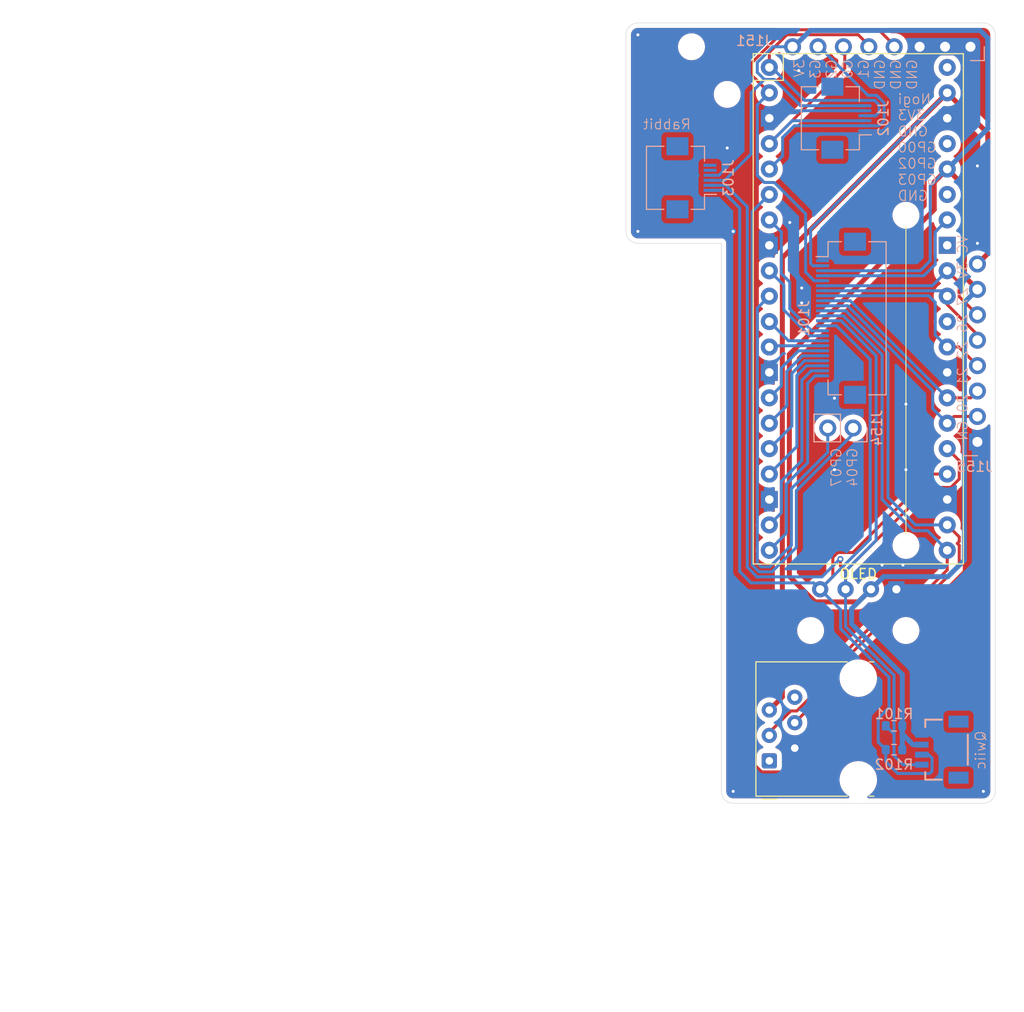
<source format=kicad_pcb>
(kicad_pcb (version 20241229) (generator "pcbnew") (generator_version "9.0")
  (layers (0 "F.Cu" signal) (2 "B.Cu" signal) (13 "F.Paste" user) (15 "B.Paste" user) (5 "F.SilkS" user "F.Silkscreen") (7 "B.SilkS" user "B.Silkscreen") (1 "F.Mask" user) (3 "B.Mask" user) (25 "Edge.Cuts" user))
  (net 0 "")
  (net 1 "GP00_MISO_L")
  (net 2 "GP02_SCLK_L")
  (net 3 "GP03_MOSI_L")
  (net 4 "3V3_L")
  (net 5 "COL13_GP01_NCS_L")
  (net 6 "COL6_GP16_L")
  (net 7 "SDA{slash}SCK_L")
  (net 8 "SCL{slash}TX_L")
  (net 9 "COL7_GP17_L")
  (net 10 "GND_L")
  (net 15 "COL0_L")
  (net 16 "COL1_L")
  (net 17 "COL2_L")
  (net 18 "COL3_L")
  (net 19 "COL4_L")
  (net 20 "COL5_L")
  (net 21 "ROW1_L")
  (net 22 "ROW2_L")
  (net 23 "ROW3_L")
  (net 24 "ROW4_L")
  (net 27 "COL8_L")
  (net 28 "COL9_L")
  (net 29 "COL10_L")
  (net 30 "COL11_L")
  (net 31 "COL12_L")
  (net 32 "ROW0_L")
  (net 33 "VCC_L")
  (net 35 "GP04_L")
  (net 36 "GP07_L")
  (footprint "kbd_Hole:m2_Screw_Hole" (layer "F.Cu") (at 151.209409 34.52801)
    (property "Reference" "Ref**")
    (property "Value" "Val**")
    (pad "" np_thru_hole circle (at 0 0) (size 2.2 2.2) (drill 2.2) (layers "*.Cu" "*.Mask"))
  )
  (footprint "kbd_Hole:m2_Screw_Hole" (layer "F.Cu") (at 147.637624 29.76565)
    (property "Reference" "Ref**")
    (property "Value" "Val**")
    (pad "" np_thru_hole circle (at 0 0) (size 2.2 2.2) (drill 2.2) (layers "*.Cu" "*.Mask"))
  )
  (footprint "Rikkodo_FootPrint:rkd_Guard_Screw_Hall" (layer "F.Cu") (at 164.306145 58.34048 -90)
    (property "Reference" "Point1" (hide yes))
    (property "Value" "Guard_Screw_Hall" (hide yes))
    (pad "" np_thru_hole circle (at 29.765625 -4.7625 270) (size 2.2 2.2) (drill 2.2) (layers "*.Cu" "*.Mask"))
    (pad "" np_thru_hole circle (at 29.765625 4.7625 270) (size 2.2 2.2) (drill 2.2) (layers "*.Cu" "*.Mask"))
  )
  (footprint "Connector_RJ:RJ12_Amphenol_54601-x06_Horizontal" (layer "F.Cu") (at 155.416112 101.128672 90)
    (property "Reference" "J153" (hide yes))
    (property "Value" "6P6C")
    (pad "" np_thru_hole circle (at -1.9 8.89 90) (size 3.25 3.25) (drill 3.25) (layers "*.Cu" "*.Mask"))
    (pad "" np_thru_hole circle (at 8.26 8.89 90) (size 3.25 3.25) (drill 3.25) (layers "*.Cu" "*.Mask"))
    (pad "1" thru_hole roundrect (at 0 0 90) (size 1.52 1.52) (drill 0.76) (layers "*.Cu" "*.Mask") (roundrect_rratio 0.1644736842))
    (pad "2" thru_hole circle (at 1.27 2.54 90) (size 1.52 1.52) (drill 0.76) (layers "*.Cu" "*.Mask") (net 10 "GND_L"))
    (pad "3" thru_hole circle (at 2.54 0 90) (size 1.52 1.52) (drill 0.76) (layers "*.Cu" "*.Mask") (net 6 "COL6_GP16_L"))
    (pad "4" thru_hole circle (at 3.81 2.54 90) (size 1.52 1.52) (drill 0.76) (layers "*.Cu" "*.Mask") (net 9 "COL7_GP17_L"))
    (pad "5" thru_hole circle (at 5.08 0 90) (size 1.52 1.52) (drill 0.76) (layers "*.Cu" "*.Mask") (net 33 "VCC_L"))
    (pad "6" thru_hole circle (at 6.35 2.54 90) (size 1.52 1.52) (drill 0.76) (layers "*.Cu" "*.Mask"))
  )
  (footprint "Rikkodo_FootPrint:rkd_RPi_Pico_TH_NODBG" (layer "F.Cu") (at 164.306374 55.9594)
    (property "Reference" "U101" (hide yes))
    (property "Value" "Pico")
    (pad "1" thru_hole oval (at -8.89 -24.13) (size 1.7 1.7) (drill 0.85) (layers "*.Cu" "*.Mask") (net 1 "GP00_MISO_L"))
    (pad "2" thru_hole oval (at -8.89 -21.59) (size 1.7 1.7) (drill 0.85) (layers "*.Cu" "*.Mask") (net 5 "COL13_GP01_NCS_L"))
    (pad "3" thru_hole rect (at -8.89 -19.05) (size 1.7 1.7) (drill 0.85) (layers "*.Cu" "*.Mask") (net 10 "GND_L"))
    (pad "4" thru_hole oval (at -8.89 -16.51) (size 1.7 1.7) (drill 0.85) (layers "*.Cu" "*.Mask") (net 2 "GP02_SCLK_L"))
    (pad "5" thru_hole oval (at -8.89 -13.97) (size 1.7 1.7) (drill 0.85) (layers "*.Cu" "*.Mask") (net 3 "GP03_MOSI_L"))
    (pad "6" thru_hole oval (at -8.89 -11.43) (size 1.7 1.7) (drill 0.85) (layers "*.Cu" "*.Mask") (net 35 "GP04_L"))
    (pad "7" thru_hole oval (at -8.89 -8.89) (size 1.7 1.7) (drill 0.85) (layers "*.Cu" "*.Mask") (net 15 "COL0_L"))
    (pad "8" thru_hole rect (at -8.89 -6.35) (size 1.7 1.7) (drill 0.85) (layers "*.Cu" "*.Mask") (net 10 "GND_L"))
    (pad "9" thru_hole oval (at -8.89 -3.81) (size 1.7 1.7) (drill 0.85) (layers "*.Cu" "*.Mask") (net 16 "COL1_L"))
    (pad "10" thru_hole oval (at -8.89 -1.27) (size 1.7 1.7) (drill 0.85) (layers "*.Cu" "*.Mask") (net 36 "GP07_L"))
    (pad "11" thru_hole oval (at -8.89 1.27) (size 1.7 1.7) (drill 0.85) (layers "*.Cu" "*.Mask") (net 17 "COL2_L"))
    (pad "12" thru_hole oval (at -8.89 3.81) (size 1.7 1.7) (drill 0.85) (layers "*.Cu" "*.Mask") (net 18 "COL3_L"))
    (pad "13" thru_hole rect (at -8.89 6.35) (size 1.7 1.7) (drill 0.85) (layers "*.Cu" "*.Mask") (net 10 "GND_L"))
    (pad "14" thru_hole oval (at -8.89 8.89) (size 1.7 1.7) (drill 0.85) (layers "*.Cu" "*.Mask") (net 19 "COL4_L"))
    (pad "15" thru_hole oval (at -8.89 11.43) (size 1.7 1.7) (drill 0.85) (layers "*.Cu" "*.Mask") (net 20 "COL5_L"))
    (pad "16" thru_hole oval (at -8.89 13.97) (size 1.7 1.7) (drill 0.85) (layers "*.Cu" "*.Mask") (net 21 "ROW1_L"))
    (pad "17" thru_hole oval (at -8.89 16.51) (size 1.7 1.7) (drill 0.85) (layers "*.Cu" "*.Mask") (net 22 "ROW2_L"))
    (pad "18" thru_hole rect (at -8.89 19.05) (size 1.7 1.7) (drill 0.85) (layers "*.Cu" "*.Mask") (net 10 "GND_L"))
    (pad "19" thru_hole oval (at -8.89 21.59) (size 1.7 1.7) (drill 0.85) (layers "*.Cu" "*.Mask") (net 23 "ROW3_L"))
    (pad "20" thru_hole oval (at -8.89 24.13) (size 1.7 1.7) (drill 0.85) (layers "*.Cu" "*.Mask") (net 24 "ROW4_L"))
    (pad "21" thru_hole oval (at 8.89 24.13) (size 1.7 1.7) (drill 0.85) (layers "*.Cu" "*.Mask") (net 6 "COL6_GP16_L"))
    (pad "22" thru_hole oval (at 8.89 21.59) (size 1.7 1.7) (drill 0.85) (layers "*.Cu" "*.Mask") (net 9 "COL7_GP17_L"))
    (pad "23" thru_hole rect (at 8.89 19.05) (size 1.7 1.7) (drill 0.85) (layers "*.Cu" "*.Mask") (net 10 "GND_L"))
    (pad "24" thru_hole oval (at 8.89 16.51) (size 1.7 1.7) (drill 0.85) (layers "*.Cu" "*.Mask") (net 7 "SDA{slash}SCK_L"))
    (pad "25" thru_hole oval (at 8.89 13.97) (size 1.7 1.7) (drill 0.85) (layers "*.Cu" "*.Mask") (net 8 "SCL{slash}TX_L"))
    (pad "26" thru_hole oval (at 8.89 11.43) (size 1.7 1.7) (drill 0.85) (layers "*.Cu" "*.Mask") (net 27 "COL8_L"))
    (pad "27" thru_hole oval (at 8.89 8.89) (size 1.7 1.7) (drill 0.85) (layers "*.Cu" "*.Mask") (net 28 "COL9_L"))
    (pad "28" thru_hole rect (at 8.89 6.35) (size 1.7 1.7) (drill 0.85) (layers "*.Cu" "*.Mask") (net 10 "GND_L"))
    (pad "29" thru_hole oval (at 8.89 3.81) (size 1.7 1.7) (drill 0.85) (layers "*.Cu" "*.Mask") (net 29 "COL10_L"))
    (pad "30" thru_hole oval (at 8.89 1.27) (size 1.7 1.7) (drill 0.85) (layers "*.Cu" "*.Mask"))
    (pad "31" thru_hole oval (at 8.89 -1.27) (size 1.7 1.7) (drill 0.85) (layers "*.Cu" "*.Mask") (net 30 "COL11_L"))
    (pad "32" thru_hole oval (at 8.89 -3.81) (size 1.7 1.7) (drill 0.85) (layers "*.Cu" "*.Mask") (net 31 "COL12_L"))
    (pad "33" thru_hole rect (at 8.89 -6.35) (size 1.7 1.7) (drill 0.85) (layers "*.Cu" "*.Mask"))
    (pad "34" thru_hole oval (at 8.89 -8.89) (size 1.7 1.7) (drill 0.85) (layers "*.Cu" "*.Mask") (net 32 "ROW0_L"))
    (pad "35" thru_hole oval (at 8.89 -11.43) (size 1.7 1.7) (drill 0.85) (layers "*.Cu" "*.Mask"))
    (pad "36" thru_hole oval (at 8.89 -13.97) (size 1.7 1.7) (drill 0.85) (layers "*.Cu" "*.Mask") (net 4 "3V3_L"))
    (pad "37" thru_hole oval (at 8.89 -16.51) (size 1.7 1.7) (drill 0.85) (layers "*.Cu" "*.Mask"))
    (pad "38" thru_hole rect (at 8.89 -19.05) (size 1.7 1.7) (drill 0.85) (layers "*.Cu" "*.Mask") (net 10 "GND_L"))
    (pad "39" thru_hole oval (at 8.89 -21.59) (size 1.7 1.7) (drill 0.85) (layers "*.Cu" "*.Mask") (net 33 "VCC_L"))
    (pad "40" thru_hole oval (at 8.89 -24.13) (size 1.7 1.7) (drill 0.85) (layers "*.Cu" "*.Mask"))
  )
  (footprint "BrownSugar_KBD:OLED_center_display" (layer "F.Cu") (at 164.306374 65.4844)
    (property "Reference" "OL101")
    (property "Value" "OLED")
    (fp_text user "OLED" (at -0.00013 16.966284 0) (layer "F.SilkS"))
    (pad "1" thru_hole circle (at -3.81 18.5) (size 1.62 1.62) (drill 0.82) (layers "*.Cu" "*.Mask") (net 7 "SDA{slash}SCK_L"))
    (pad "2" thru_hole circle (at -1.27 18.5) (size 1.62 1.62) (drill 0.82) (layers "*.Cu" "*.Mask") (net 8 "SCL{slash}TX_L"))
    (pad "3" thru_hole circle (at 1.27 18.5) (size 1.62 1.62) (drill 0.82) (layers "*.Cu" "*.Mask") (net 4 "3V3_L"))
    (pad "4" thru_hole rect (at 3.81 18.5) (size 1.62 1.62) (drill 0.82) (layers "*.Cu" "*.Mask") (net 10 "GND_L"))
  )
  (footprint "Rikkodo_FootPrint:rkd_unified_wid_BTM" (layer "F.Cu") (at 169.068784 63.10301 -90)
    (property "Reference" "UnifiedW**" (hide yes))
    (property "Value" "rkd_unified_wid_BTM" (hide yes))
    (pad "" np_thru_hole circle (at -16.5 0 270) (size 2.2 2.2) (drill 2.2) (layers "*.Cu" "*.Mask"))
    (pad "" np_thru_hole circle (at 16.5 0 270) (size 2.2 2.2) (drill 2.2) (layers "*.Cu" "*.Mask"))
  )
  (footprint "Resistor_SMD:R_0603_1608Metric" (layer "B.Cu") (at 167.878125 97.63125 180)
    (property "Reference" "R101" (at 0.000141 1.190625 0) (layer "B.SilkS") (effects (justify mirror)))
    (property "Value" "1kΩ")
    (pad "1" smd roundrect (at -0.825 0 180) (size 0.8 0.95) (layers "B.Cu" "B.Mask" "B.Paste") (net 4 "3V3_L"))
    (pad "2" smd roundrect (at 0.825 0 180) (size 0.8 0.95) (layers "B.Cu" "B.Mask" "B.Paste") (net 8 "SCL{slash}TX_L"))
  )
  (footprint "SparkFun-Connector:JST_SMD_1.0mm-4_Black" (layer "B.Cu") (at 170.651625 100.0125 -90)
    (property "Reference" "J152")
    (property "Value" "Qwiic_RA")
    (pad "1" smd rect (at -1.5 0 270) (size 0.6 1.35) (layers "B.Cu" "B.Mask" "B.Paste") (net 10 "GND_L"))
    (pad "2" smd rect (at -0.5 0 270) (size 0.6 1.35) (layers "B.Cu" "B.Mask" "B.Paste") (net 4 "3V3_L"))
    (pad "3" smd rect (at 0.5 0 270) (size 0.6 1.35) (layers "B.Cu" "B.Mask" "B.Paste") (net 7 "SDA{slash}SCK_L"))
    (pad "4" smd rect (at 1.5 0 270) (size 0.6 1.35) (layers "B.Cu" "B.Mask" "B.Paste") (net 8 "SCL{slash}TX_L"))
    (pad "NC1" smd rect (at 2.8 -3.675 270) (size 1.2 2) (layers "B.Cu" "B.Mask" "B.Paste"))
    (pad "NC2" smd rect (at -2.8 -3.675 270) (size 1.2 2) (layers "B.Cu" "B.Mask" "B.Paste"))
  )
  (footprint "Connector_PinHeader_2.54mm:PinHeader_1x08_P2.54mm_Vertical" (layer "B.Cu") (at 175.517832 29.765625 90)
    (property "Reference" "J151" (at 0.595337 -21.62968 0) (layer "B.SilkS") (effects (justify mirror)))
    (property "Value" "Conn_01x06")
    (pad "1" thru_hole rect (at 0 0 90) (size 1.7 1.7) (drill 1) (layers "*.Cu" "*.Mask") (net 10 "GND_L"))
    (pad "2" thru_hole rect (at 0 -2.54 90) (size 1.7 1.7) (drill 1) (layers "*.Cu" "*.Mask") (net 10 "GND_L"))
    (pad "3" thru_hole rect (at 0 -5.08 90) (size 1.7 1.7) (drill 1) (layers "*.Cu" "*.Mask") (net 10 "GND_L"))
    (pad "4" thru_hole circle (at 0 -7.62 90) (size 1.7 1.7) (drill 1) (layers "*.Cu" "*.Mask") (net 5 "COL13_GP01_NCS_L"))
    (pad "5" thru_hole circle (at 0 -10.16 90) (size 1.7 1.7) (drill 1) (layers "*.Cu" "*.Mask") (net 1 "GP00_MISO_L"))
    (pad "6" thru_hole circle (at 0 -12.7 90) (size 1.7 1.7) (drill 1) (layers "*.Cu" "*.Mask") (net 2 "GP02_SCLK_L"))
    (pad "7" thru_hole circle (at 0 -15.24 90) (size 1.7 1.7) (drill 1) (layers "*.Cu" "*.Mask") (net 3 "GP03_MOSI_L"))
    (pad "8" thru_hole circle (at 0 -17.78 90) (size 1.7 1.7) (drill 1) (layers "*.Cu" "*.Mask") (net 4 "3V3_L"))
  )
  (footprint "Connector_FFC-FPC:Hirose_FH12-6S-0.5SH_1x06-1MP_P0.50mm_Horizontal" (layer "B.Cu") (at 163.115625 36.909375 90)
    (property "Reference" "J102" (at 0 3.7 90) (layer "B.SilkS") (effects (justify mirror)))
    (property "Value" "Conn_01x06")
    (pad "1" smd rect (at -1.25 1.85 90) (size 0.3 1.3) (layers "B.Cu" "B.Mask" "B.Paste") (net 10 "GND_L"))
    (pad "2" smd rect (at -0.75 1.85 90) (size 0.3 1.3) (layers "B.Cu" "B.Mask" "B.Paste") (net 3 "GP03_MOSI_L"))
    (pad "3" smd rect (at -0.25 1.85 90) (size 0.3 1.3) (layers "B.Cu" "B.Mask" "B.Paste") (net 2 "GP02_SCLK_L"))
    (pad "4" smd rect (at 0.25 1.85 90) (size 0.3 1.3) (layers "B.Cu" "B.Mask" "B.Paste") (net 1 "GP00_MISO_L"))
    (pad "5" smd rect (at 0.75 1.85 90) (size 0.3 1.3) (layers "B.Cu" "B.Mask" "B.Paste") (net 10 "GND_L"))
    (pad "6" smd rect (at 1.25 1.85 90) (size 0.3 1.3) (layers "B.Cu" "B.Mask" "B.Paste") (net 4 "3V3_L"))
    (pad "MP" smd rect (at -3.15 -1.4 90) (size 1.8 2.2) (layers "B.Cu" "B.Mask" "B.Paste"))
    (pad "MP" smd rect (at 3.15 -1.4 90) (size 1.8 2.2) (layers "B.Cu" "B.Mask" "B.Paste"))
  )
  (footprint "DreaM117er-keebLibrary:Hirose_FH12-6S-0.5SH_1x06-1MP_P0.50mm_Horizontal" (layer "B.Cu") (at 147.6375 42.8625 90)
    (property "Reference" "J１03" (at 0 3.7 90) (layer "B.SilkS") (effects (justify mirror)))
    (property "Value" "Conn_01x06")
    (pad "" smd rect (at -3.15 -1.4 90) (size 1.8 2.2) (layers "B.Cu" "B.Mask" "B.Paste"))
    (pad "" smd rect (at 3.15 -1.4 90) (size 1.8 2.2) (layers "B.Cu" "B.Mask" "B.Paste"))
    (pad "1" smd rect (at -1.25 1.85 90) (size 0.3 1.3) (layers "B.Cu" "B.Mask" "B.Paste") (net 7 "SDA{slash}SCK_L"))
    (pad "2" smd rect (at -0.75 1.85 90) (size 0.3 1.3) (layers "B.Cu" "B.Mask" "B.Paste") (net 8 "SCL{slash}TX_L"))
    (pad "3" smd rect (at -0.25 1.85 90) (size 0.3 1.3) (layers "B.Cu" "B.Mask" "B.Paste") (net 4 "3V3_L"))
    (pad "4" smd rect (at 0.25 1.85 90) (size 0.3 1.3) (layers "B.Cu" "B.Mask" "B.Paste") (net 10 "GND_L"))
    (pad "5" smd rect (at 0.75 1.85 90) (size 0.3 1.3) (layers "B.Cu" "B.Mask" "B.Paste"))
    (pad "6" smd rect (at 1.25 1.85 90) (size 0.3 1.3) (layers "B.Cu" "B.Mask" "B.Paste"))
  )
  (footprint "Connector_PinHeader_2.54mm:PinHeader_1x02_P2.54mm_Vertical" (layer "B.Cu") (at 163.795449 67.865682 90)
    (property "Reference" "J154" (at 0 2.38 90) (layer "B.SilkS") (effects (justify mirror)))
    (property "Value" "Conn_01x02_Socket")
    (pad "1" thru_hole circle (at 0 0 90) (size 1.7 1.7) (drill 1) (layers "*.Cu" "*.Mask") (net 35 "GP04_L"))
    (pad "2" thru_hole circle (at 0 -2.54 90) (size 1.7 1.7) (drill 1) (layers "*.Cu" "*.Mask") (net 36 "GP07_L"))
  )
  (footprint "Connector_PinHeader_2.54mm:PinHeader_1x08_P2.54mm_Vertical" (layer "B.Cu") (at 176.212648 69.254735)
    (property "Reference" "J155" (at -0.297952 2.480361 180) (layer "B.SilkS") (effects (justify mirror)))
    (property "Value" "Conn_01x08")
    (pad "1" thru_hole rect (at 0 0) (size 1.7 1.7) (drill 1) (layers "*.Cu" "*.Mask") (net 10 "GND_L"))
    (pad "2" thru_hole circle (at 0 -2.54) (size 1.7 1.7) (drill 1) (layers "*.Cu" "*.Mask") (net 27 "COL8_L"))
    (pad "3" thru_hole circle (at 0 -5.08) (size 1.7 1.7) (drill 1) (layers "*.Cu" "*.Mask") (net 28 "COL9_L"))
    (pad "4" thru_hole circle (at 0 -7.62) (size 1.7 1.7) (drill 1) (layers "*.Cu" "*.Mask") (net 29 "COL10_L"))
    (pad "5" thru_hole circle (at 0 -10.16) (size 1.7 1.7) (drill 1) (layers "*.Cu" "*.Mask") (net 30 "COL11_L"))
    (pad "6" thru_hole circle (at 0 -12.7) (size 1.7 1.7) (drill 1) (layers "*.Cu" "*.Mask") (net 31 "COL12_L"))
    (pad "7" thru_hole circle (at 0 -15.24) (size 1.7 1.7) (drill 1) (layers "*.Cu" "*.Mask") (net 4 "3V3_L"))
    (pad "8" thru_hole circle (at 0 -17.78) (size 1.7 1.7) (drill 1) (layers "*.Cu" "*.Mask") (net 33 "VCC_L"))
  )
  (footprint "Connector_FFC-FPC:Hirose_FH12-24S-0.5SH_1x24-1MP_P0.50mm_Horizontal" (layer "B.Cu") (at 162.584375 56.9 -90)
    (property "Reference" "J101" (at 0 3.7 90) (layer "B.SilkS") (effects (justify mirror)))
    (property "Value" "Conn_01x24")
    (pad "1" smd rect (at -5.75 1.85 270) (size 0.3 1.3) (layers "B.Cu" "B.Mask" "B.Paste") (net 10 "GND_L"))
    (pad "2" smd rect (at -5.25 1.85 270) (size 0.3 1.3) (layers "B.Cu" "B.Mask" "B.Paste") (net 33 "VCC_L"))
    (pad "3" smd rect (at -4.75 1.85 270) (size 0.3 1.3) (layers "B.Cu" "B.Mask" "B.Paste") (net 4 "3V3_L"))
    (pad "4" smd rect (at -4.25 1.85 270) (size 0.3 1.3) (layers "B.Cu" "B.Mask" "B.Paste") (net 32 "ROW0_L"))
    (pad "5" smd rect (at -3.75 1.85 270) (size 0.3 1.3) (layers "B.Cu" "B.Mask" "B.Paste") (net 5 "COL13_GP01_NCS_L"))
    (pad "6" smd rect (at -3.25 1.85 270) (size 0.3 1.3) (layers "B.Cu" "B.Mask" "B.Paste") (net 31 "COL12_L"))
    (pad "7" smd rect (at -2.75 1.85 270) (size 0.3 1.3) (layers "B.Cu" "B.Mask" "B.Paste") (net 30 "COL11_L"))
    (pad "8" smd rect (at -2.25 1.85 270) (size 0.3 1.3) (layers "B.Cu" "B.Mask" "B.Paste") (net 29 "COL10_L"))
    (pad "9" smd rect (at -1.75 1.85 270) (size 0.3 1.3) (layers "B.Cu" "B.Mask" "B.Paste") (net 28 "COL9_L"))
    (pad "10" smd rect (at -1.25 1.85 270) (size 0.3 1.3) (layers "B.Cu" "B.Mask" "B.Paste") (net 27 "COL8_L"))
    (pad "11" smd rect (at -0.75 1.85 270) (size 0.3 1.3) (layers "B.Cu" "B.Mask" "B.Paste") (net 9 "COL7_GP17_L"))
    (pad "12" smd rect (at -0.25 1.85 270) (size 0.3 1.3) (layers "B.Cu" "B.Mask" "B.Paste") (net 6 "COL6_GP16_L"))
    (pad "13" smd rect (at 0.25 1.85 270) (size 0.3 1.3) (layers "B.Cu" "B.Mask" "B.Paste") (net 8 "SCL{slash}TX_L"))
    (pad "14" smd rect (at 0.75 1.85 270) (size 0.3 1.3) (layers "B.Cu" "B.Mask" "B.Paste") (net 7 "SDA{slash}SCK_L"))
    (pad "15" smd rect (at 1.25 1.85 270) (size 0.3 1.3) (layers "B.Cu" "B.Mask" "B.Paste") (net 15 "COL0_L"))
    (pad "16" smd rect (at 1.75 1.85 270) (size 0.3 1.3) (layers "B.Cu" "B.Mask" "B.Paste") (net 16 "COL1_L"))
    (pad "17" smd rect (at 2.25 1.85 270) (size 0.3 1.3) (layers "B.Cu" "B.Mask" "B.Paste") (net 17 "COL2_L"))
    (pad "18" smd rect (at 2.75 1.85 270) (size 0.3 1.3) (layers "B.Cu" "B.Mask" "B.Paste") (net 18 "COL3_L"))
    (pad "19" smd rect (at 3.25 1.85 270) (size 0.3 1.3) (layers "B.Cu" "B.Mask" "B.Paste") (net 19 "COL4_L"))
    (pad "20" smd rect (at 3.75 1.85 270) (size 0.3 1.3) (layers "B.Cu" "B.Mask" "B.Paste") (net 20 "COL5_L"))
    (pad "21" smd rect (at 4.25 1.85 270) (size 0.3 1.3) (layers "B.Cu" "B.Mask" "B.Paste") (net 21 "ROW1_L"))
    (pad "22" smd rect (at 4.75 1.85 270) (size 0.3 1.3) (layers "B.Cu" "B.Mask" "B.Paste") (net 22 "ROW2_L"))
    (pad "23" smd rect (at 5.25 1.85 270) (size 0.3 1.3) (layers "B.Cu" "B.Mask" "B.Paste") (net 23 "ROW3_L"))
    (pad "24" smd rect (at 5.75 1.85 270) (size 0.3 1.3) (layers "B.Cu" "B.Mask" "B.Paste") (net 24 "ROW4_L"))
    (pad "MP" smd rect (at -7.65 -1.4 270) (size 1.8 2.2) (layers "B.Cu" "B.Mask" "B.Paste"))
    (pad "MP" smd rect (at 7.65 -1.4 270) (size 1.8 2.2) (layers "B.Cu" "B.Mask" "B.Paste"))
  )
  (footprint "Resistor_SMD:R_0603_1608Metric" (layer "B.Cu") (at 167.878125 100.0125 180)
    (property "Reference" "R102" (at 0.000141 -1.488196 0) (layer "B.SilkS") (effects (justify mirror)))
    (property "Value" "1kΩ")
    (pad "1" smd roundrect (at -0.825 0 180) (size 0.8 0.95) (layers "B.Cu" "B.Mask" "B.Paste") (net 4 "3V3_L"))
    (pad "2" smd roundrect (at 0.825 0 180) (size 0.8 0.95) (layers "B.Cu" "B.Mask" "B.Paste") (net 7 "SDA{slash}SCK_L"))
  )
  (gr_arc (start 176.807961 27.384398) (mid 177.649848 27.733141) (end 177.998609 28.575023) (stroke (width 0.05)) (layer "Edge.Cuts"))
  (gr_arc (start 142.279787 49.41102) (mid 141.437898 49.062289) (end 141.089139 48.220395) (stroke (width 0.05)) (layer "Edge.Cuts"))
  (gr_arc (start 141.089182 28.575046) (mid 141.437928 27.733184) (end 142.279807 27.384398) (stroke (width 0.05)) (layer "Edge.Cuts"))
  (gr_line (start 141.089182 28.5751) (end 141.089139 48.220395) (stroke (width 0.05)) (layer "Edge.Cuts"))
  (gr_line (start 142.279787 49.41102) (end 150.614205 49.410979) (stroke (width 0.05)) (layer "Edge.Cuts"))
  (gr_line (start 142.286072 27.384398) (end 176.807961 27.384398) (stroke (width 0.05)) (layer "Edge.Cuts"))
  (gr_line (start 150.614205 49.410979) (end 150.614189 104.173827) (stroke (width 0.05)) (layer "Edge.Cuts"))
  (gr_arc (start 177.998629 104.179577) (mid 177.649905 105.021481) (end 176.808004 105.370225) (stroke (width 0.05)) (layer "Edge.Cuts"))
  (gr_line (start 151.804795 105.370225) (end 176.807961 105.370225) (stroke (width 0.05)) (layer "Edge.Cuts"))
  (gr_arc (start 151.804795 105.370225) (mid 150.962893 105.021498) (end 150.614147 104.1796) (stroke (width 0.05)) (layer "Edge.Cuts"))
  (gr_line (start 177.998588 104.16972) (end 177.998601 28.575023) (stroke (width 0.05)) (layer "Edge.Cuts"))
  (gr_text "VC 3V 27 26 22 21 20 GN" (at 175.319384 48.517928 90) (layer "B.SilkS") (effects (font (size 1 1) (thickness 0.1)) (justify left bottom mirror)))
  (gr_text "3V\nG3\nG2\nG0\nG1\nGND\nGND\nGND" (at 170.259375 30.95625 90) (layer "B.SilkS") (effects (font (size 1 1) (thickness 0.1)) (justify left bottom mirror)))
  (gr_text "GP07\nGP04" (at 164.30625 73.81875 90) (layer "B.SilkS") (effects (font (size 1 1) (thickness 0.1)) (justify right bottom mirror)))
  (gr_text "Nogi\n3V3\nGND\nGP00\nGP02\nGP03\nGND" (at 168.17564 45.24375 0) (layer "B.SilkS") (effects (font (size 1 1) (thickness 0.1)) (justify right bottom mirror)))
  (gr_text "Rabbit" (at 147.6375 38.1 0) (layer "B.SilkS") (effects (font (size 1 1) (thickness 0.1)) (justify left bottom mirror)))
  (gr_text "Qwiic" (at 177.10532 102.096008 90) (layer "B.SilkS") (effects (font (size 1 1) (thickness 0.1)) (justify right bottom mirror)))
  (segment (start 164.295875 28.564625) (end 157.172875 28.564625) (width 0.3) (layer "F.Cu") (net 1))
  (segment (start 165.496875 29.765625) (end 164.295875 28.564625) (width 0.3) (layer "F.Cu") (net 1))
  (segment (start 155.416374 30.321126) (end 155.416374 31.8294) (width 0.3) (layer "F.Cu") (net 1))
  (segment (start 157.172875 28.564625) (end 155.416374 30.321126) (width 0.3) (layer "F.Cu") (net 1))
  (segment (start 166.044361 36.659375) (end 166.389704 36.314032) (width 0.3) (layer "B.Cu") (net 1))
  (segment (start 165.931658 35.123408) (end 158.948304 35.123408) (width 0.3) (layer "B.Cu") (net 1))
  (segment (start 164.965625 36.659375) (end 166.044361 36.659375) (width 0.3) (layer "B.Cu") (net 1))
  (segment (start 166.389704 36.314032) (end 166.389704 35.581454) (width 0.3) (layer "B.Cu") (net 1))
  (segment (start 158.948304 35.123408) (end 155.654296 31.8294) (width 0.3) (layer "B.Cu") (net 1))
  (segment (start 155.654296 31.8294) (end 155.416374 31.8294) (width 0.3) (layer "B.Cu") (net 1))
  (segment (start 166.389704 35.581454) (end 165.931658 35.123408) (width 0.3) (layer "B.Cu") (net 1))
  (segment (start 162.956875 31.908899) (end 155.416374 39.4494) (width 0.3) (layer "F.Cu") (net 2))
  (segment (start 162.956875 29.765625) (end 162.956875 31.908899) (width 0.3) (layer "F.Cu") (net 2))
  (segment (start 164.965625 37.159375) (end 157.706399 37.159375) (width 0.3) (layer "B.Cu") (net 2))
  (segment (start 157.706399 37.159375) (end 155.416374 39.4494) (width 0.3) (layer "B.Cu") (net 2))
  (segment (start 156.745807 38.828487) (end 157.914919 37.659375) (width 0.3) (layer "B.Cu") (net 3))
  (segment (start 166.139178 34.622408) (end 166.890704 35.373933) (width 0.3) (layer "B.Cu") (net 3))
  (segment (start 160.416875 29.765625) (end 165.273658 34.622408) (width 0.3) (layer "B.Cu") (net 3))
  (segment (start 166.396021 37.659375) (end 164.965625 37.659375) (width 0.3) (layer "B.Cu") (net 3))
  (segment (start 157.914919 37.659375) (end 164.965625 37.659375) (width 0.3) (layer "B.Cu") (net 3))
  (segment (start 155.416374 41.9894) (end 156.745807 40.659967) (width 0.3) (layer "B.Cu") (net 3))
  (segment (start 165.273658 34.622408) (end 166.139178 34.622408) (width 0.3) (layer "B.Cu") (net 3))
  (segment (start 156.745807 40.659967) (end 156.745807 38.828487) (width 0.3) (layer "B.Cu") (net 3))
  (segment (start 166.890704 35.373933) (end 166.890704 37.164692) (width 0.3) (layer "B.Cu") (net 3))
  (segment (start 166.890704 37.164692) (end 166.396021 37.659375) (width 0.3) (layer "B.Cu") (net 3))
  (segment (start 159.97405 85.2454) (end 157.418374 82.689724) (width 0.5) (layer "F.Cu") (net 4))
  (segment (start 174.911648 52.713735) (end 174.911648 43.704674) (width 0.5) (layer "F.Cu") (net 4))
  (segment (start 171.895374 46.040576) (end 171.895374 43.2904) (width 0.5) (layer "F.Cu") (net 4))
  (segment (start 157.418374 82.689724) (end 157.418374 60.517577) (width 0.5) (layer "F.Cu") (net 4))
  (segment (start 171.895374 43.2904) (end 173.196374 41.9894) (width 0.5) (layer "F.Cu") (net 4))
  (segment (start 176.212648 54.014735) (end 174.911648 52.713735) (width 0.5) (layer "F.Cu") (net 4))
  (segment (start 164.315374 85.2454) (end 159.97405 85.2454) (width 0.5) (layer "F.Cu") (net 4))
  (segment (start 157.418374 60.517577) (end 171.895374 46.040576) (width 0.5) (layer "F.Cu") (net 4))
  (segment (start 165.576374 83.9844) (end 164.315374 85.2454) (width 0.5) (layer "F.Cu") (net 4))
  (segment (start 174.911648 43.704674) (end 173.196374 41.9894) (width 0.5) (layer "F.Cu") (net 4))
  (segment (start 155.913845 33.0304) (end 154.918903 33.0304) (width 0.3) (layer "B.Cu") (net 4))
  (segment (start 168.703125 97.63125) (end 168.703125 100.0125) (width 0.5) (layer "B.Cu") (net 4))
  (segment (start 163.637374 85.9234) (end 163.637374 87.437438) (width 0.5) (layer "B.Cu") (net 4))
  (segment (start 168.703125 97.63125) (end 168.703125 98.441) (width 0.5) (layer "B.Cu") (net 4))
  (segment (start 154.215374 32.326871) (end 154.215374 31.331929) (width 0.3) (layer "B.Cu") (net 4))
  (segment (start 173.260975 82.7234) (end 166.837374 82.7234) (width 0.5) (layer "B.Cu") (net 4))
  (segment (start 158.54282 35.659375) (end 155.913845 33.0304) (width 0.3) (layer "B.Cu") (net 4))
  (segment (start 154.918903 33.0304) (end 154.215374 32.326871) (width 0.3) (layer "B.Cu") (net 4))
  (segment (start 165.576374 83.9844) (end 163.637374 85.9234) (width 0.5) (layer "B.Cu") (net 4))
  (segment (start 154.215374 31.331929) (end 155.781678 29.765625) (width 0.3) (layer "B.Cu") (net 4))
  (segment (start 171.494374 51.152314) (end 171.494374 43.6914) (width 0.3) (layer "B.Cu") (net 4))
  (segment (start 171.494374 43.6914) (end 173.196374 41.9894) (width 0.3) (layer "B.Cu") (net 4))
  (segment (start 170.496688 52.15) (end 171.494374 51.152314) (width 0.3) (layer "B.Cu") (net 4))
  (segment (start 174.911648 55.315735) (end 174.911648 71.327273) (width 0.5) (layer "B.Cu") (net 4))
  (segment (start 154.918903 33.0304) (end 153.590754 34.358549) (width 0.3) (layer "B.Cu") (net 4))
  (segment (start 166.837374 82.7234) (end 165.576374 83.9844) (width 0.5) (layer "B.Cu") (net 4))
  (segment (start 176.212648 54.014735) (end 174.911648 55.315735) (width 0.5) (layer "B.Cu") (net 4))
  (segment (start 159.507102 28.135398) (end 176.489605 28.135398) (width 0.5) (layer "B.Cu") (net 4))
  (segment (start 150.959538 43.1125) (end 149.4875 43.1125) (width 0.3) (layer "B.Cu") (net 4))
  (segment (start 168.703125 98.441) (end 169.774625 99.5125) (width 0.5) (layer "B.Cu") (net 4))
  (segment (start 169.774625 99.5125) (end 170.651625 99.5125) (width 0.5) (layer "B.Cu") (net 4))
  (segment (start 157.876875 29.765625) (end 159.507102 28.135398) (width 0.5) (layer "B.Cu") (net 4))
  (segment (start 168.703125 92.503189) (end 168.703125 97.63125) (width 0.5) (layer "B.Cu") (net 4))
  (segment (start 174.911648 81.072727) (end 173.260975 82.7234) (width 0.5) (layer "B.Cu") (net 4))
  (segment (start 177.247599 37.938175) (end 173.196374 41.9894) (width 0.5) (layer "B.Cu") (net 4))
  (segment (start 153.590754 40.481284) (end 150.959538 43.1125) (width 0.3) (layer "B.Cu") (net 4))
  (segment (start 177.247601 28.893394) (end 177.247599 37.938175) (width 0.5) (layer "B.Cu") (net 4))
  (segment (start 163.637374 87.437438) (end 168.703125 92.503189) (width 0.5) (layer "B.Cu") (net 4))
  (segment (start 174.911648 71.327273) (end 174.911648 81.072727) (width 0.5) (layer "B.Cu") (net 4))
  (segment (start 176.489605 28.135398) (end 177.247601 28.893394) (width 0.5) (layer "B.Cu") (net 4))
  (segment (start 155.781678 29.765625) (end 157.876875 29.765625) (width 0.3) (layer "B.Cu") (net 4))
  (segment (start 153.590754 34.358549) (end 153.590754 40.481284) (width 0.3) (layer "B.Cu") (net 4))
  (segment (start 160.734375 52.15) (end 170.496688 52.15) (width 0.3) (layer "B.Cu") (net 4))
  (segment (start 164.965625 35.659375) (end 158.54282 35.659375) (width 0.3) (layer "B.Cu") (net 4))
  (segment (start 156.965354 28.063625) (end 153.590625 31.438354) (width 0.3) (layer "F.Cu") (net 5))
  (segment (start 153.590625 31.438354) (end 153.590625 32.543651) (width 0.3) (layer "F.Cu") (net 5))
  (segment (start 153.590625 32.543651) (end 155.416374 34.3694) (width 0.3) (layer "F.Cu") (net 5))
  (segment (start 168.036875 29.765625) (end 166.334875 28.063625) (width 0.3) (layer "F.Cu") (net 5))
  (segment (start 166.334875 28.063625) (end 156.965354 28.063625) (width 0.3) (layer "F.Cu") (net 5))
  (segment (start 155.913845 43.3284) (end 159.042616 46.457171) (width 0.3) (layer "B.Cu") (net 5))
  (segment (start 154.918903 43.3284) (end 155.913845 43.3284) (width 0.3) (layer "B.Cu") (net 5))
  (segment (start 155.416374 34.3694) (end 154.215374 35.5704) (width 0.3) (layer "B.Cu") (net 5))
  (segment (start 154.215374 35.5704) (end 154.215374 42.624871) (width 0.3) (layer "B.Cu") (net 5))
  (segment (start 154.215374 42.624871) (end 154.918903 43.3284) (width 0.3) (layer "B.Cu") (net 5))
  (segment (start 159.042616 52.292009) (end 159.900607 53.15) (width 0.3) (layer "B.Cu") (net 5))
  (segment (start 159.900607 53.15) (end 160.734375 53.15) (width 0.3) (layer "B.Cu") (net 5))
  (segment (start 159.042616 46.457171) (end 159.042616 52.292009) (width 0.3) (layer "B.Cu") (net 5))
  (segment (start 155.416112 98.28748) (end 157.560704 96.142888) (width 0.3) (layer "F.Cu") (net 6))
  (segment (start 155.416112 98.588672) (end 155.416112 98.28748) (width 0.3) (layer "F.Cu") (net 6))
  (segment (start 159.54375 94.762226) (end 159.54375 93.742024) (width 0.3) (layer "F.Cu") (net 6))
  (segment (start 170.101668 85.1454) (end 173.196374 82.050694) (width 0.3) (layer "F.Cu") (net 6))
  (segment (start 173.196374 82.050694) (end 173.196374 80.0894) (width 0.3) (layer "F.Cu") (net 6))
  (segment (start 157.560704 96.142888) (end 158.163088 96.142888) (width 0.3) (layer "F.Cu") (net 6))
  (segment (start 159.54375 93.742024) (end 168.140374 85.1454) (width 0.3) (layer "F.Cu") (net 6))
  (segment (start 168.140374 85.1454) (end 170.101668 85.1454) (width 0.3) (layer "F.Cu") (net 6))
  (segment (start 158.163088 96.142888) (end 159.54375 94.762226) (width 0.3) (layer "F.Cu") (net 6))
  (segment (start 166.6875 75.009452) (end 169.812748 78.1347) (width 0.3) (layer "B.Cu") (net 6))
  (segment (start 162.800984 56.651) (end 166.6875 60.537516) (width 0.3) (layer "B.Cu") (net 6))
  (segment (start 166.6875 60.537516) (end 166.6875 75.009452) (width 0.3) (layer "B.Cu") (net 6))
  (segment (start 160.734375 56.65) (end 162.799984 56.65) (width 0.3) (layer "B.Cu") (net 6))
  (segment (start 173.196374 80.0894) (end 171.241674 78.1347) (width 0.3) (layer "B.Cu") (net 6))
  (segment (start 171.241674 78.1347) (end 169.812748 78.1347) (width 0.3) (layer "B.Cu") (net 6))
  (segment (start 171.60893 72.4694) (end 173.196374 72.4694) (width 0.3) (layer "F.Cu") (net 7))
  (segment (start 162.250795 80.3115) (end 163.76683 80.3115) (width 0.3) (layer "F.Cu") (net 7))
  (segment (start 161.762431 82.718343) (end 161.762431 80.799863) (width 0.3) (layer "F.Cu") (net 7))
  (segment (start 163.76683 80.3115) (end 171.60893 72.4694) (width 0.3) (layer "F.Cu") (net 7))
  (segment (start 161.762431 80.799863) (end 162.250795 80.3115) (width 0.3) (layer "F.Cu") (net 7))
  (segment (start 160.496374 83.9844) (end 161.762431 82.718343) (width 0.3) (layer "F.Cu") (net 7))
  (segment (start 167.053125 100.0125) (end 167.053125 101.196021) (width 0.3) (layer "B.Cu") (net 7))
  (segment (start 150.675826 44.1125) (end 149.4875 44.1125) (width 0.3) (layer "B.Cu") (net 7))
  (segment (start 166.302125 96.879322) (end 167.376984 95.804463) (width 0.3) (layer "B.Cu") (net 7))
  (segment (start 160.496374 83.9844) (end 162.535374 86.0234) (width 0.3) (layer "B.Cu") (net 7))
  (segment (start 162.535374 87.936927) (end 167.376984 92.778536) (width 0.3) (layer "B.Cu") (net 7))
  (segment (start 171.328625 100.5125) (end 170.651625 100.5125) (width 0.3) (layer "B.Cu") (net 7))
  (segment (start 162.535374 86.0234) (end 162.535374 87.936927) (width 0.3) (layer "B.Cu") (net 7))
  (segment (start 171.677625 102.1635) (end 171.677625 100.8615) (width 0.3) (layer "B.Cu") (net 7))
  (segment (start 166.302125 99.2615) (end 166.302125 96.879322) (width 0.3) (layer "B.Cu") (net 7))
  (segment (start 152.45556 45.892234) (end 150.675826 44.1125) (width 0.3) (layer "B.Cu") (net 7))
  (segment (start 167.053125 101.196021) (end 168.250768 102.393664) (width 0.3) (layer "B.Cu") (net 7))
  (segment (start 165.496875 78.983899) (end 160.496374 83.9844) (width 0.3) (layer "B.Cu") (net 7))
  (segment (start 168.250768 102.393664) (end 171.447461 102.393664) (width 0.3) (layer "B.Cu") (net 7))
  (segment (start 160.734375 57.65) (end 162.127256 57.65) (width 0.3) (layer "B.Cu") (net 7))
  (segment (start 165.496875 61.019619) (end 165.496875 78.983899) (width 0.3) (layer "B.Cu") (net 7))
  (segment (start 152.45556 82.208626) (end 152.45556 45.892234) (width 0.3) (layer "B.Cu") (net 7))
  (segment (start 171.677625 100.8615) (end 171.328625 100.5125) (width 0.3) (layer "B.Cu") (net 7))
  (segment (start 167.053125 100.0125) (end 166.302125 99.2615) (width 0.3) (layer "B.Cu") (net 7))
  (segment (start 153.590754 83.34382) (end 152.45556 82.208626) (width 0.3) (layer "B.Cu") (net 7))
  (segment (start 159.855794 83.34382) (end 153.590754 83.34382) (width 0.3) (layer "B.Cu") (net 7))
  (segment (start 160.496374 83.9844) (end 159.855794 83.34382) (width 0.3) (layer "B.Cu") (net 7))
  (segment (start 167.376984 95.804463) (end 167.376984 92.778536) (width 0.3) (layer "B.Cu") (net 7))
  (segment (start 171.447461 102.393664) (end 171.677625 102.1635) (width 0.3) (layer "B.Cu") (net 7))
  (segment (start 162.127256 57.65) (end 165.496875 61.019619) (width 0.3) (layer "B.Cu") (net 7))
  (segment (start 163.036374 82.15292) (end 163.036374 83.9844) (width 0.3) (layer "F.Cu") (net 8))
  (segment (start 162.520449 81.636995) (end 163.036374 82.15292) (width 0.3) (layer "F.Cu") (net 8))
  (segment (start 173.196374 69.9294) (end 174.397374 71.1304) (width 0.3) (layer "F.Cu") (net 8))
  (segment (start 174.397374 72.966871) (end 173.555845 73.8084) (width 0.3) (layer "F.Cu") (net 8))
  (segment (start 171.380894 73.8084) (end 163.036374 82.15292) (width 0.3) (layer "F.Cu") (net 8))
  (segment (start 173.555845 73.8084) (end 171.380894 73.8084) (width 0.3) (layer "F.Cu") (net 8))
  (segment (start 162.520449 80.9625) (end 162.520449 81.636995) (width 0.3) (layer "F.Cu") (net 8))
  (segment (start 174.397374 71.1304) (end 174.397374 72.966871) (width 0.3) (layer "F.Cu") (net 8))
  (via (at 162.520449 80.9625) (size 0.6) (drill 0.3) (layers "F.Cu" "B.Cu") (net 8))
  (segment (start 162.462323 80.9625) (end 160.685699 82.739124) (width 0.3) (layer "B.Cu") (net 8))
  (segment (start 170.651625 101.5125) (end 168.782756 101.5125) (width 0.3) (layer "B.Cu") (net 8))
  (segment (start 167.877984 98.456109) (end 167.053125 97.63125) (width 0.3) (layer "B.Cu") (net 8))
  (segment (start 163.036374 83.9844) (end 163.036374 87.729406) (width 0.3) (layer "B.Cu") (net 8))
  (segment (start 153.213374 45.759423) (end 151.066451 43.6125) (width 0.3) (layer "B.Cu") (net 8))
  (segment (start 167.877984 98.456109) (end 167.877984 92.571016) (width 0.3) (layer "B.Cu") (net 8))
  (segment (start 153.213374 81.765404) (end 153.213374 45.759423) (width 0.3) (layer "B.Cu") (net 8))
  (segment (start 166.092048 79.097246) (end 166.092048 60.650584) (width 0.3) (layer "B.Cu") (net 8))
  (segment (start 167.877984 100.607728) (end 167.877984 98.456109) (width 0.3) (layer "B.Cu") (net 8))
  (segment (start 160.685699 82.739124) (end 154.187094 82.739124) (width 0.3) (layer "B.Cu") (net 8))
  (segment (start 166.092048 60.650584) (end 162.591464 57.15) (width 0.3) (layer "B.Cu") (net 8))
  (segment (start 163.036374 83.9844) (end 163.036374 82.15292) (width 0.3) (layer "B.Cu") (net 8))
  (segment (start 151.066451 43.6125) (end 149.4875 43.6125) (width 0.3) (layer "B.Cu") (net 8))
  (segment (start 162.591464 57.15) (end 160.734375 57.15) (width 0.3) (layer "B.Cu") (net 8))
  (segment (start 163.036374 87.729406) (end 167.877984 92.571016) (width 0.3) (layer "B.Cu") (net 8))
  (segment (start 154.187094 82.739124) (end 153.213374 81.765404) (width 0.3) (layer "B.Cu") (net 8))
  (segment (start 163.036374 82.15292) (end 166.092048 79.097246) (width 0.3) (layer "B.Cu") (net 8))
  (segment (start 168.782756 101.5125) (end 167.877984 100.607728) (width 0.3) (layer "B.Cu") (net 8))
  (segment (start 162.520449 80.9625) (end 162.462323 80.9625) (width 0.3) (layer "B.Cu") (net 8))
  (segment (start 160.04475 93.949544) (end 168.347894 85.6464) (width 0.3) (layer "F.Cu") (net 9))
  (segment (start 174.397374 81.558214) (end 174.397374 79.591929) (width 0.3) (layer "F.Cu") (net 9))
  (segment (start 170.309189 85.6464) (end 174.397374 81.558214) (width 0.3) (layer "F.Cu") (net 9))
  (segment (start 168.347894 85.6464) (end 170.309189 85.6464) (width 0.3) (layer "F.Cu") (net 9))
  (segment (start 174.397374 79.205751) (end 174.397374 78.7504) (width 0.3) (layer "F.Cu") (net 9))
  (segment (start 174.397374 79.591929) (end 174.204285 79.39884) (width 0.3) (layer "F.Cu") (net 9))
  (segment (start 174.397374 78.7504) (end 173.196374 77.5494) (width 0.3) (layer "F.Cu") (net 9))
  (segment (start 160.04475 95.230034) (end 157.956112 97.318672) (width 0.3) (layer "F.Cu") (net 9))
  (segment (start 160.04475 93.949544) (end 160.04475 95.230034) (width 0.3) (layer "F.Cu") (net 9))
  (segment (start 174.204285 79.39884) (end 174.397374 79.205751) (width 0.3) (layer "F.Cu") (net 9))
  (segment (start 173.196374 77.5494) (end 170.016856 77.5494) (width 0.3) (layer "B.Cu") (net 9))
  (segment (start 167.282672 74.815216) (end 167.282672 60.388548) (width 0.3) (layer "B.Cu") (net 9))
  (segment (start 170.016856 77.5494) (end 167.282672 74.815216) (width 0.3) (layer "B.Cu") (net 9))
  (segment (start 167.282672 60.388548) (end 163.044124 56.15) (width 0.3) (layer "B.Cu") (net 9))
  (segment (start 163.044124 56.15) (end 160.734375 56.15) (width 0.3) (layer "B.Cu") (net 9))
  (segment (start 173.831225 75.0094) (end 176.212648 72.627977) (width 0.5) (layer "F.Cu") (net 10))
  (segment (start 153.590496 101.321348) (end 154.60882 102.339672) (width 0.5) (layer "F.Cu") (net 10))
  (segment (start 160.430162 102.339672) (end 174.998374 87.77146) (width 0.5) (layer "F.Cu") (net 10))
  (segment (start 174.998374 76.8114) (end 173.196374 75.0094) (width 0.5) (layer "F.Cu") (net 10))
  (segment (start 171.45 80.650774) (end 168.116374 83.9844) (width 0.5) (layer "F.Cu") (net 10))
  (segment (start 171.45 76.755774) (end 171.45 80.650774) (width 0.5) (layer "F.Cu") (net 10))
  (segment (start 155.416374 49.6094) (end 154.115374 50.9104) (width 0.5) (layer "F.Cu") (net 10))
  (segment (start 154.115374 73.7084) (end 155.416374 75.0094) (width 0.5) (layer "F.Cu") (net 10))
  (segment (start 174.998374 87.77146) (end 174.998374 76.8114) (width 0.5) (layer "F.Cu") (net 10))
  (segment (start 155.416374 62.3094) (end 154.115374 63.6104) (width 0.5) (layer "F.Cu") (net 10))
  (segment (start 155.416374 75.0094) (end 153.590496 76.835278) (width 0.5) (layer "F.Cu") (net 10))
  (segment (start 173.196374 75.0094) (end 171.45 76.755774) (width 0.5) (layer "F.Cu") (net 10))
  (segment (start 154.115374 50.9104) (end 154.115374 61.0084) (width 0.5) (layer "F.Cu") (net 10))
  (segment (start 154.115374 48.3084) (end 154.115374 38.2104) (width 0.5) (layer "F.Cu") (net 10))
  (segment (start 155.416374 49.6094) (end 154.115374 48.3084) (width 0.5) (layer "F.Cu") (net 10))
  (segment (start 154.60882 102.339672) (end 160.430162 102.339672) (width 0.5) (layer "F.Cu") (net 10))
  (segment (start 153.590496 76.835278) (end 153.590496 101.321348) (width 0.5) (layer "F.Cu") (net 10))
  (segment (start 154.115374 38.2104) (end 155.416374 36.9094) (width 0.5) (layer "F.Cu") (net 10))
  (segment (start 154.115374 61.0084) (end 155.416374 62.3094) (width 0.5) (layer "F.Cu") (net 10))
  (segment (start 176.212648 72.627977) (end 176.212648 69.254735) (width 0.5) (layer "F.Cu") (net 10))
  (segment (start 154.115374 63.6104) (end 154.115374 73.7084) (width 0.5) (layer "F.Cu") (net 10))
  (segment (start 152.885073 38.2104) (end 151.209502 39.885971) (width 0.5) (layer "F.Cu") (net 10))
  (segment (start 173.196374 75.0094) (end 173.831225 75.0094) (width 0.5) (layer "F.Cu") (net 10))
  (segment (start 154.115374 38.2104) (end 152.885073 38.2104) (width 0.5) (layer "F.Cu") (net 10))
  (via (at 151.80456 104.1796) (size 0.6) (drill 0.3) (layers "F.Cu" "B.Cu") (net 10))
  (via (at 166.68736 81.557744) (size 0.6) (drill 0.3) (layers "F.Cu" "B.Cu") (net 10))
  (via (at 157.460024 47.327304) (size 0.6) (drill 0.3) (layers "F.Cu" "B.Cu") (net 10))
  (via (at 176.212648 41.67191) (size 0.6) (drill 0.3) (layers "F.Cu" "B.Cu") (net 10))
  (via (at 158.650648 55.364016) (size 0.6) (drill 0.3) (layers "F.Cu" "B.Cu") (net 10))
  (via (at 161.925136 64.889117) (size 0.6) (drill 0.3) (layers "F.Cu" "B.Cu") (net 10))
  (via (at 161.925136 72.032873) (size 0.6) (drill 0.3) (layers "F.Cu" "B.Cu") (net 10))
  (via (at 142.279568 28.574976) (size 0.6) (drill 0.3) (layers "F.Cu" "B.Cu") (net 10))
  (via (at 169.068892 72.032873) (size 0.6) (drill 0.3) (layers "F.Cu" "B.Cu") (net 10))
  (via (at 142.279568 48.220272) (size 0.6) (drill 0.3) (layers "F.Cu" "B.Cu") (net 10))
  (via (at 168.770952 81.557744) (size 0.6) (drill 0.3) (layers "F.Cu" "B.Cu") (net 10))
  (via (at 158.353125 32.146875) (size 0.6) (drill 0.3) (layers "F.Cu" "B.Cu") (net 10))
  (via (at 169.068892 65.48443) (size 0.6) (drill 0.3) (layers "F.Cu" "B.Cu") (net 10))
  (via (at 151.209502 39.885971) (size 0.6) (drill 0.3) (layers "F.Cu" "B.Cu") (net 10))
  (via (at 176.212352 49.410896) (size 0.6) (drill 0.3) (layers "F.Cu" "B.Cu") (net 10))
  (via (at 158.650648 53.875736) (size 0.6) (drill 0.3) (layers "F.Cu" "B.Cu") (net 10))
  (via (at 176.807664 104.1796) (size 0.6) (drill 0.3) (layers "F.Cu" "B.Cu") (net 10))
  (via (at 151.80456 48.220272) (size 0.6) (drill 0.3) (layers "F.Cu" "B.Cu") (net 10))
  (segment (start 170.688622 98.475503) (end 170.651625 98.5125) (width 0.5) (layer "B.Cu") (net 10))
  (segment (start 168.116374 83.9844) (end 170.688622 86.556648) (width 0.5) (layer "B.Cu") (net 10))
  (segment (start 171.846374 36.9094) (end 160.734375 48.021399) (width 0.5) (layer "B.Cu") (net 10))
  (segment (start 166.745963 38.159375) (end 170.576875 34.328463) (width 0.3) (layer "B.Cu") (net 10))
  (segment (start 170.688622 86.556648) (end 170.688622 98.475503) (width 0.5) (layer "B.Cu") (net 10))
  (segment (start 170.576875 34.328463) (end 170.576875 29.765625) (width 0.3) (layer "B.Cu") (net 10))
  (segment (start 151.209502 41.767151) (end 151.209502 39.885971) (width 0.3) (layer "B.Cu") (net 10))
  (segment (start 173.196374 36.9094) (end 171.846374 36.9094) (width 0.5) (layer "B.Cu") (net 10))
  (segment (start 173.196374 36.9094) (end 175.517832 34.587942) (width 0.5) (layer "B.Cu") (net 10))
  (segment (start 166.714338 39.615226) (end 165.359487 38.260375) (width 0.5) (layer "B.Cu") (net 10))
  (segment (start 170.576875 29.765625) (end 170.576875 35.752689) (width 0.5) (layer "B.Cu") (net 10))
  (segment (start 165.359487 38.260375) (end 164.965625 38.260375) (width 0.5) (layer "B.Cu") (net 10))
  (segment (start 170.437832 29.765625) (end 175.517832 29.765625) (width 0.5) (layer "B.Cu") (net 10))
  (segment (start 164.965625 38.159375) (end 166.745963 38.159375) (width 0.3) (layer "B.Cu") (net 10))
  (segment (start 170.576875 35.752689) (end 166.714338 39.615226) (width 0.5) (layer "B.Cu") (net 10))
  (segment (start 150.364153 42.6125) (end 151.209502 41.767151) (width 0.3) (layer "B.Cu") (net 10))
  (segment (start 164.965625 36.159375) (end 156.166399 36.159375) (width 0.3) (layer "B.Cu") (net 10))
  (segment (start 149.4875 42.6125) (end 150.364153 42.6125) (width 0.3) (layer "B.Cu") (net 10))
  (segment (start 160.734375 48.021399) (end 160.734375 50.948) (width 0.5) (layer "B.Cu") (net 10))
  (segment (start 175.517832 34.587942) (end 175.517832 29.765625) (width 0.5) (layer "B.Cu") (net 10))
  (segment (start 160.633375 51.049) (end 160.734375 51.049) (width 0.5) (layer "B.Cu") (net 10))
  (segment (start 160.734375 50.948) (end 160.633375 51.049) (width 0.5) (layer "B.Cu") (net 10))
  (segment (start 156.166399 36.159375) (end 155.416374 36.9094) (width 0.3) (layer "B.Cu") (net 10))
  (segment (start 157.460024 53.280424) (end 157.460024 55.959328) (width 0.3) (layer "B.Cu") (net 15))
  (segment (start 159.650696 58.15) (end 160.734375 58.15) (width 0.3) (layer "B.Cu") (net 15))
  (segment (start 156.617374 52.437774) (end 157.460024 53.280424) (width 0.3) (layer "B.Cu") (net 15))
  (segment (start 155.416374 47.0694) (end 156.617374 48.2704) (width 0.3) (layer "B.Cu") (net 15))
  (segment (start 156.617374 48.2704) (end 156.617374 52.437774) (width 0.3) (layer "B.Cu") (net 15))
  (segment (start 157.460024 55.959328) (end 159.650696 58.15) (width 0.3) (layer "B.Cu") (net 15))
  (segment (start 156.864712 56.072537) (end 156.864712 53.597738) (width 0.3) (layer "B.Cu") (net 16))
  (segment (start 159.442175 58.65) (end 156.864712 56.072537) (width 0.3) (layer "B.Cu") (net 16))
  (segment (start 160.734375 58.65) (end 159.442175 58.65) (width 0.3) (layer "B.Cu") (net 16))
  (segment (start 156.864712 53.597738) (end 155.416374 52.1494) (width 0.3) (layer "B.Cu") (net 16))
  (segment (start 155.416374 57.2294) (end 157.336974 59.15) (width 0.3) (layer "B.Cu") (net 17))
  (segment (start 157.336974 59.15) (end 160.734375 59.15) (width 0.3) (layer "B.Cu") (net 17))
  (segment (start 160.734375 59.65) (end 155.535774 59.65) (width 0.3) (layer "B.Cu") (net 18))
  (segment (start 155.535774 59.65) (end 155.416374 59.7694) (width 0.3) (layer "B.Cu") (net 18))
  (segment (start 160.734375 60.15) (end 160.168593 60.15) (width 0.3) (layer "B.Cu") (net 19))
  (segment (start 158.329504 60.15) (end 156.617374 61.86213) (width 0.3) (layer "B.Cu") (net 19))
  (segment (start 160.734375 60.15) (end 158.329504 60.15) (width 0.3) (layer "B.Cu") (net 19))
  (segment (start 156.617374 61.86213) (end 156.617374 63.6484) (width 0.3) (layer "B.Cu") (net 19))
  (segment (start 156.617374 63.6484) (end 155.416374 64.8494) (width 0.3) (layer "B.Cu") (net 19))
  (segment (start 158.722472 60.65) (end 157.162368 62.210104) (width 0.3) (layer "B.Cu") (net 20))
  (segment (start 157.162368 65.643406) (end 155.416374 67.3894) (width 0.3) (layer "B.Cu") (net 20))
  (segment (start 160.734375 60.65) (end 158.722472 60.65) (width 0.3) (layer "B.Cu") (net 20))
  (segment (start 157.162368 62.210104) (end 157.162368 65.643406) (width 0.3) (layer "B.Cu") (net 20))
  (segment (start 158.930992 61.15) (end 157.665456 62.415536) (width 0.3) (layer "B.Cu") (net 21))
  (segment (start 157.665456 62.415536) (end 157.665456 67.680318) (width 0.3) (layer "B.Cu") (net 21))
  (segment (start 157.665456 67.680318) (end 155.416374 69.9294) (width 0.3) (layer "B.Cu") (net 21))
  (segment (start 160.734375 61.15) (end 158.930992 61.15) (width 0.3) (layer "B.Cu") (net 21))
  (segment (start 158.168544 69.71723) (end 158.168544 62.620968) (width 0.3) (layer "B.Cu") (net 22))
  (segment (start 159.139512 61.65) (end 160.734375 61.65) (width 0.3) (layer "B.Cu") (net 22))
  (segment (start 158.168544 62.620968) (end 159.139512 61.65) (width 0.3) (layer "B.Cu") (net 22))
  (segment (start 155.416374 72.4694) (end 158.168544 69.71723) (width 0.3) (layer "B.Cu") (net 22))
  (segment (start 159.60372 62.15) (end 160.734375 62.15) (width 0.3) (layer "B.Cu") (net 23))
  (segment (start 158.669544 71.121274) (end 158.669544 63.084176) (width 0.3) (layer "B.Cu") (net 23))
  (segment (start 156.617374 73.173444) (end 158.669544 71.121274) (width 0.3) (layer "B.Cu") (net 23))
  (segment (start 158.669544 63.084176) (end 159.60372 62.15) (width 0.3) (layer "B.Cu") (net 23))
  (segment (start 156.617374 76.3484) (end 156.617374 73.173444) (width 0.3) (layer "B.Cu") (net 23))
  (segment (start 155.416374 77.5494) (end 156.617374 76.3484) (width 0.3) (layer "B.Cu") (net 23))
  (segment (start 159.24596 71.343515) (end 159.24596 63.400728) (width 0.3) (layer "B.Cu") (net 24))
  (segment (start 157.118374 73.471101) (end 159.24596 71.343515) (width 0.3) (layer "B.Cu") (net 24))
  (segment (start 159.996688 62.65) (end 160.734375 62.65) (width 0.3) (layer "B.Cu") (net 24))
  (segment (start 159.24596 63.400728) (end 159.996688 62.65) (width 0.3) (layer "B.Cu") (net 24))
  (segment (start 155.416374 80.0894) (end 157.118374 78.3874) (width 0.3) (layer "B.Cu") (net 24))
  (segment (start 157.118374 78.3874) (end 157.118374 73.471101) (width 0.3) (layer "B.Cu") (net 24))
  (segment (start 176.212648 66.714735) (end 173.871039 66.714735) (width 0.3) (layer "F.Cu") (net 27))
  (segment (start 173.871039 66.714735) (end 173.196374 67.3894) (width 0.3) (layer "F.Cu") (net 27))
  (segment (start 171.747512 65.940538) (end 173.196374 67.3894) (width 0.3) (layer "B.Cu") (net 27))
  (segment (start 171.747512 64.144868) (end 171.747512 65.940538) (width 0.3) (layer "B.Cu") (net 27))
  (segment (start 160.734375 55.65) (end 163.252644 55.65) (width 0.3) (layer "B.Cu") (net 27))
  (segment (start 163.252644 55.65) (end 171.747512 64.144868) (width 0.3) (layer "B.Cu") (net 27))
  (segment (start 175.537983 64.8494) (end 176.212648 64.174735) (width 0.3) (layer "F.Cu") (net 28))
  (segment (start 173.196374 64.8494) (end 175.537983 64.8494) (width 0.3) (layer "F.Cu") (net 28))
  (segment (start 160.734375 55.15) (end 163.496974 55.15) (width 0.3) (layer "B.Cu") (net 28))
  (segment (start 163.496974 55.15) (end 173.196374 64.8494) (width 0.3) (layer "B.Cu") (net 28))
  (segment (start 176.212648 61.634735) (end 174.347313 59.7694) (width 0.3) (layer "F.Cu") (net 29))
  (segment (start 174.347313 59.7694) (end 173.196374 59.7694) (width 0.3) (layer "F.Cu") (net 29))
  (segment (start 171.331152 54.65) (end 171.995374 55.314222) (width 0.3) (layer "B.Cu") (net 29))
  (segment (start 171.995374 55.314222) (end 171.995374 58.5684) (width 0.3) (layer "B.Cu") (net 29))
  (segment (start 171.995374 58.5684) (end 173.196374 59.7694) (width 0.3) (layer "B.Cu") (net 29))
  (segment (start 160.734375 54.65) (end 171.331152 54.65) (width 0.3) (layer "B.Cu") (net 29))
  (segment (start 176.212648 58.547203) (end 173.196374 55.530929) (width 0.3) (layer "F.Cu") (net 30))
  (segment (start 176.212648 59.094735) (end 176.212648 58.547203) (width 0.3) (layer "F.Cu") (net 30))
  (segment (start 173.196374 55.530929) (end 173.196374 54.6894) (width 0.3) (layer "F.Cu") (net 30))
  (segment (start 160.734375 54.15) (end 172.656974 54.15) (width 0.3) (layer "B.Cu") (net 30))
  (segment (start 172.656974 54.15) (end 173.196374 54.6894) (width 0.3) (layer "B.Cu") (net 30))
  (segment (start 174.397374 54.739461) (end 174.397374 53.3504) (width 0.3) (layer "F.Cu") (net 31))
  (segment (start 176.212648 56.554735) (end 174.397374 54.739461) (width 0.3) (layer "F.Cu") (net 31))
  (segment (start 174.397374 53.3504) (end 173.196374 52.1494) (width 0.3) (layer "F.Cu") (net 31))
  (segment (start 171.695774 53.65) (end 160.734375 53.65) (width 0.3) (layer "B.Cu") (net 31))
  (segment (start 173.196374 52.1494) (end 171.695774 53.65) (width 0.3) (layer "B.Cu") (net 31))
  (segment (start 171.995374 48.2704) (end 173.196374 47.0694) (width 0.3) (layer "B.Cu") (net 32))
  (segment (start 170.854544 52.65) (end 171.995374 51.50917) (width 0.3) (layer "B.Cu") (net 32))
  (segment (start 171.995374 51.50917) (end 171.995374 48.2704) (width 0.3) (layer "B.Cu") (net 32))
  (segment (start 160.734375 52.65) (end 170.854544 52.65) (width 0.3) (layer "B.Cu") (net 32))
  (segment (start 156.717374 94.74741) (end 156.717374 50.8484) (width 0.5) (layer "F.Cu") (net 33))
  (segment (start 156.717374 50.8484) (end 173.196374 34.3694) (width 0.5) (layer "F.Cu") (net 33))
  (segment (start 176.212648 51.474735) (end 177.247597 50.439786) (width 0.5) (layer "F.Cu") (net 33))
  (segment (start 177.247597 50.439786) (end 177.247597 38.420623) (width 0.5) (layer "F.Cu") (net 33))
  (segment (start 177.247597 38.420623) (end 173.196374 34.3694) (width 0.5) (layer "F.Cu") (net 33))
  (segment (start 155.416112 96.048672) (end 156.717374 94.74741) (width 0.5) (layer "F.Cu") (net 33))
  (segment (start 173.196374 34.3694) (end 159.543616 48.022158) (width 0.3) (layer "B.Cu") (net 33))
  (segment (start 159.543616 51.409241) (end 159.784375 51.65) (width 0.3) (layer "B.Cu") (net 33))
  (segment (start 159.784375 51.65) (end 160.734375 51.65) (width 0.3) (layer "B.Cu") (net 33))
  (segment (start 159.543616 48.022158) (end 159.543616 51.409241) (width 0.3) (layer "B.Cu") (net 33))
  (segment (start 154.394616 82.238124) (end 153.714374 81.557881) (width 0.3) (layer "B.Cu") (net 35))
  (segment (start 158.120374 79.792391) (end 155.674641 82.238124) (width 0.3) (layer "B.Cu") (net 35))
  (segment (start 153.714374 46.2314) (end 155.416374 44.5294) (width 0.3) (layer "B.Cu") (net 35))
  (segment (start 163.795449 67.865682) (end 163.795449 68.460995) (width 0.3) (layer "B.Cu") (net 35))
  (segment (start 163.795449 68.460995) (end 158.120374 74.13607) (width 0.3) (layer "B.Cu") (net 35))
  (segment (start 155.674641 82.238124) (end 154.394616 82.238124) (width 0.3) (layer "B.Cu") (net 35))
  (segment (start 153.714374 81.557881) (end 153.714374 46.2314) (width 0.3) (layer "B.Cu") (net 35))
  (segment (start 158.120374 74.13607) (end 158.120374 79.792391) (width 0.3) (layer "B.Cu") (net 35))
  (segment (start 155.467121 81.737124) (end 154.602137 81.737124) (width 0.3) (layer "B.Cu") (net 36))
  (segment (start 161.255449 67.865682) (end 161.255449 70.292475) (width 0.3) (layer "B.Cu") (net 36))
  (segment (start 154.215374 81.350361) (end 154.215374 55.8904) (width 0.3) (layer "B.Cu") (net 36))
  (segment (start 161.255449 70.292475) (end 157.619374 73.92855) (width 0.3) (layer "B.Cu") (net 36))
  (segment (start 157.619374 79.584871) (end 155.467121 81.737124) (width 0.3) (layer "B.Cu") (net 36))
  (segment (start 154.215374 55.8904) (end 155.416374 54.6894) (width 0.3) (layer "B.Cu") (net 36))
  (segment (start 154.602137 81.737124) (end 154.215374 81.350361) (width 0.3) (layer "B.Cu") (net 36))
  (segment (start 157.619374 73.92855) (end 157.619374 79.584871) (width 0.3) (layer "B.Cu") (net 36))
  (zone (net 10) (net_name "GND_L") (layers "F.Cu" "B.Cu") (priority 1) (connect_pads yes (clearance 0.5)) (min_thickness 0.25) (fill yes (thermal_gap 0.5) (thermal_bridge_width 0.5))
    (polygon (pts (xy 141.089181 27.384398) (xy 141.089181 49.410979) (xy 150.614189 49.410979) (xy 150.614189 105.370404) (xy 177.998587 105.370404) (xy 177.998587 27.384398)))
  )
)
</source>
